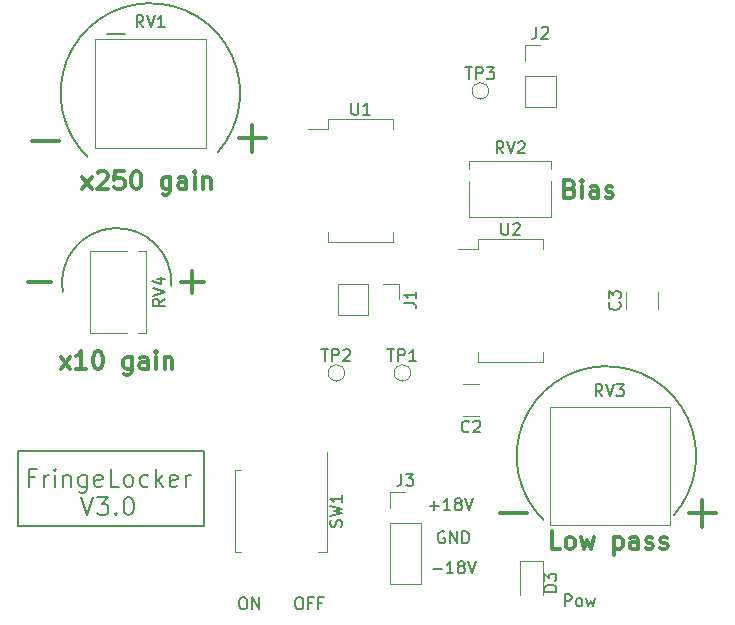
<source format=gbr>
%TF.GenerationSoftware,KiCad,Pcbnew,(6.0.11)*%
%TF.CreationDate,2023-04-19T21:38:18+02:00*%
%TF.ProjectId,FringeLocker,4672696e-6765-44c6-9f63-6b65722e6b69,0.1*%
%TF.SameCoordinates,Original*%
%TF.FileFunction,Legend,Top*%
%TF.FilePolarity,Positive*%
%FSLAX46Y46*%
G04 Gerber Fmt 4.6, Leading zero omitted, Abs format (unit mm)*
G04 Created by KiCad (PCBNEW (6.0.11)) date 2023-04-19 21:38:18*
%MOMM*%
%LPD*%
G01*
G04 APERTURE LIST*
%ADD10C,0.300000*%
%ADD11C,0.150000*%
%ADD12C,0.200000*%
%ADD13C,0.120000*%
G04 APERTURE END LIST*
D10*
X154928285Y-71774857D02*
X155142571Y-71846285D01*
X155214000Y-71917714D01*
X155285428Y-72060571D01*
X155285428Y-72274857D01*
X155214000Y-72417714D01*
X155142571Y-72489142D01*
X154999714Y-72560571D01*
X154428285Y-72560571D01*
X154428285Y-71060571D01*
X154928285Y-71060571D01*
X155071142Y-71132000D01*
X155142571Y-71203428D01*
X155214000Y-71346285D01*
X155214000Y-71489142D01*
X155142571Y-71632000D01*
X155071142Y-71703428D01*
X154928285Y-71774857D01*
X154428285Y-71774857D01*
X155928285Y-72560571D02*
X155928285Y-71560571D01*
X155928285Y-71060571D02*
X155856857Y-71132000D01*
X155928285Y-71203428D01*
X155999714Y-71132000D01*
X155928285Y-71060571D01*
X155928285Y-71203428D01*
X157285428Y-72560571D02*
X157285428Y-71774857D01*
X157214000Y-71632000D01*
X157071142Y-71560571D01*
X156785428Y-71560571D01*
X156642571Y-71632000D01*
X157285428Y-72489142D02*
X157142571Y-72560571D01*
X156785428Y-72560571D01*
X156642571Y-72489142D01*
X156571142Y-72346285D01*
X156571142Y-72203428D01*
X156642571Y-72060571D01*
X156785428Y-71989142D01*
X157142571Y-71989142D01*
X157285428Y-71917714D01*
X157928285Y-72489142D02*
X158071142Y-72560571D01*
X158356857Y-72560571D01*
X158499714Y-72489142D01*
X158571142Y-72346285D01*
X158571142Y-72274857D01*
X158499714Y-72132000D01*
X158356857Y-72060571D01*
X158142571Y-72060571D01*
X157999714Y-71989142D01*
X157928285Y-71846285D01*
X157928285Y-71774857D01*
X157999714Y-71632000D01*
X158142571Y-71560571D01*
X158356857Y-71560571D01*
X158499714Y-71632000D01*
X154099142Y-102278571D02*
X153384857Y-102278571D01*
X153384857Y-100778571D01*
X154813428Y-102278571D02*
X154670571Y-102207142D01*
X154599142Y-102135714D01*
X154527714Y-101992857D01*
X154527714Y-101564285D01*
X154599142Y-101421428D01*
X154670571Y-101350000D01*
X154813428Y-101278571D01*
X155027714Y-101278571D01*
X155170571Y-101350000D01*
X155242000Y-101421428D01*
X155313428Y-101564285D01*
X155313428Y-101992857D01*
X155242000Y-102135714D01*
X155170571Y-102207142D01*
X155027714Y-102278571D01*
X154813428Y-102278571D01*
X155813428Y-101278571D02*
X156099142Y-102278571D01*
X156384857Y-101564285D01*
X156670571Y-102278571D01*
X156956285Y-101278571D01*
X158670571Y-101278571D02*
X158670571Y-102778571D01*
X158670571Y-101350000D02*
X158813428Y-101278571D01*
X159099142Y-101278571D01*
X159242000Y-101350000D01*
X159313428Y-101421428D01*
X159384857Y-101564285D01*
X159384857Y-101992857D01*
X159313428Y-102135714D01*
X159242000Y-102207142D01*
X159099142Y-102278571D01*
X158813428Y-102278571D01*
X158670571Y-102207142D01*
X160670571Y-102278571D02*
X160670571Y-101492857D01*
X160599142Y-101350000D01*
X160456285Y-101278571D01*
X160170571Y-101278571D01*
X160027714Y-101350000D01*
X160670571Y-102207142D02*
X160527714Y-102278571D01*
X160170571Y-102278571D01*
X160027714Y-102207142D01*
X159956285Y-102064285D01*
X159956285Y-101921428D01*
X160027714Y-101778571D01*
X160170571Y-101707142D01*
X160527714Y-101707142D01*
X160670571Y-101635714D01*
X161313428Y-102207142D02*
X161456285Y-102278571D01*
X161742000Y-102278571D01*
X161884857Y-102207142D01*
X161956285Y-102064285D01*
X161956285Y-101992857D01*
X161884857Y-101850000D01*
X161742000Y-101778571D01*
X161527714Y-101778571D01*
X161384857Y-101707142D01*
X161313428Y-101564285D01*
X161313428Y-101492857D01*
X161384857Y-101350000D01*
X161527714Y-101278571D01*
X161742000Y-101278571D01*
X161884857Y-101350000D01*
X162527714Y-102207142D02*
X162670571Y-102278571D01*
X162956285Y-102278571D01*
X163099142Y-102207142D01*
X163170571Y-102064285D01*
X163170571Y-101992857D01*
X163099142Y-101850000D01*
X162956285Y-101778571D01*
X162742000Y-101778571D01*
X162599142Y-101707142D01*
X162527714Y-101564285D01*
X162527714Y-101492857D01*
X162599142Y-101350000D01*
X162742000Y-101278571D01*
X162956285Y-101278571D01*
X163099142Y-101350000D01*
D11*
X108204000Y-93980000D02*
X123952000Y-93980000D01*
X123952000Y-93980000D02*
X123952000Y-100330000D01*
X123952000Y-100330000D02*
X108204000Y-100330000D01*
X108204000Y-100330000D02*
X108204000Y-93980000D01*
X109574000Y-96221357D02*
X109074000Y-96221357D01*
X109074000Y-97007071D02*
X109074000Y-95507071D01*
X109788285Y-95507071D01*
X110359714Y-97007071D02*
X110359714Y-96007071D01*
X110359714Y-96292785D02*
X110431142Y-96149928D01*
X110502571Y-96078500D01*
X110645428Y-96007071D01*
X110788285Y-96007071D01*
X111288285Y-97007071D02*
X111288285Y-96007071D01*
X111288285Y-95507071D02*
X111216857Y-95578500D01*
X111288285Y-95649928D01*
X111359714Y-95578500D01*
X111288285Y-95507071D01*
X111288285Y-95649928D01*
X112002571Y-96007071D02*
X112002571Y-97007071D01*
X112002571Y-96149928D02*
X112074000Y-96078500D01*
X112216857Y-96007071D01*
X112431142Y-96007071D01*
X112574000Y-96078500D01*
X112645428Y-96221357D01*
X112645428Y-97007071D01*
X114002571Y-96007071D02*
X114002571Y-97221357D01*
X113931142Y-97364214D01*
X113859714Y-97435642D01*
X113716857Y-97507071D01*
X113502571Y-97507071D01*
X113359714Y-97435642D01*
X114002571Y-96935642D02*
X113859714Y-97007071D01*
X113574000Y-97007071D01*
X113431142Y-96935642D01*
X113359714Y-96864214D01*
X113288285Y-96721357D01*
X113288285Y-96292785D01*
X113359714Y-96149928D01*
X113431142Y-96078500D01*
X113574000Y-96007071D01*
X113859714Y-96007071D01*
X114002571Y-96078500D01*
X115288285Y-96935642D02*
X115145428Y-97007071D01*
X114859714Y-97007071D01*
X114716857Y-96935642D01*
X114645428Y-96792785D01*
X114645428Y-96221357D01*
X114716857Y-96078500D01*
X114859714Y-96007071D01*
X115145428Y-96007071D01*
X115288285Y-96078500D01*
X115359714Y-96221357D01*
X115359714Y-96364214D01*
X114645428Y-96507071D01*
X116716857Y-97007071D02*
X116002571Y-97007071D01*
X116002571Y-95507071D01*
X117431142Y-97007071D02*
X117288285Y-96935642D01*
X117216857Y-96864214D01*
X117145428Y-96721357D01*
X117145428Y-96292785D01*
X117216857Y-96149928D01*
X117288285Y-96078500D01*
X117431142Y-96007071D01*
X117645428Y-96007071D01*
X117788285Y-96078500D01*
X117859714Y-96149928D01*
X117931142Y-96292785D01*
X117931142Y-96721357D01*
X117859714Y-96864214D01*
X117788285Y-96935642D01*
X117645428Y-97007071D01*
X117431142Y-97007071D01*
X119216857Y-96935642D02*
X119074000Y-97007071D01*
X118788285Y-97007071D01*
X118645428Y-96935642D01*
X118574000Y-96864214D01*
X118502571Y-96721357D01*
X118502571Y-96292785D01*
X118574000Y-96149928D01*
X118645428Y-96078500D01*
X118788285Y-96007071D01*
X119074000Y-96007071D01*
X119216857Y-96078500D01*
X119859714Y-97007071D02*
X119859714Y-95507071D01*
X120002571Y-96435642D02*
X120431142Y-97007071D01*
X120431142Y-96007071D02*
X119859714Y-96578500D01*
X121645428Y-96935642D02*
X121502571Y-97007071D01*
X121216857Y-97007071D01*
X121074000Y-96935642D01*
X121002571Y-96792785D01*
X121002571Y-96221357D01*
X121074000Y-96078500D01*
X121216857Y-96007071D01*
X121502571Y-96007071D01*
X121645428Y-96078500D01*
X121716857Y-96221357D01*
X121716857Y-96364214D01*
X121002571Y-96507071D01*
X122359714Y-97007071D02*
X122359714Y-96007071D01*
X122359714Y-96292785D02*
X122431142Y-96149928D01*
X122502571Y-96078500D01*
X122645428Y-96007071D01*
X122788285Y-96007071D01*
X113538285Y-97922071D02*
X114038285Y-99422071D01*
X114538285Y-97922071D01*
X114895428Y-97922071D02*
X115824000Y-97922071D01*
X115324000Y-98493500D01*
X115538285Y-98493500D01*
X115681142Y-98564928D01*
X115752571Y-98636357D01*
X115824000Y-98779214D01*
X115824000Y-99136357D01*
X115752571Y-99279214D01*
X115681142Y-99350642D01*
X115538285Y-99422071D01*
X115109714Y-99422071D01*
X114966857Y-99350642D01*
X114895428Y-99279214D01*
X116466857Y-99279214D02*
X116538285Y-99350642D01*
X116466857Y-99422071D01*
X116395428Y-99350642D01*
X116466857Y-99279214D01*
X116466857Y-99422071D01*
X117466857Y-97922071D02*
X117609714Y-97922071D01*
X117752571Y-97993500D01*
X117824000Y-98064928D01*
X117895428Y-98207785D01*
X117966857Y-98493500D01*
X117966857Y-98850642D01*
X117895428Y-99136357D01*
X117824000Y-99279214D01*
X117752571Y-99350642D01*
X117609714Y-99422071D01*
X117466857Y-99422071D01*
X117324000Y-99350642D01*
X117252571Y-99279214D01*
X117181142Y-99136357D01*
X117109714Y-98850642D01*
X117109714Y-98493500D01*
X117181142Y-98207785D01*
X117252571Y-98064928D01*
X117324000Y-97993500D01*
X117466857Y-97922071D01*
X131889619Y-106386380D02*
X132080095Y-106386380D01*
X132175333Y-106434000D01*
X132270571Y-106529238D01*
X132318190Y-106719714D01*
X132318190Y-107053047D01*
X132270571Y-107243523D01*
X132175333Y-107338761D01*
X132080095Y-107386380D01*
X131889619Y-107386380D01*
X131794380Y-107338761D01*
X131699142Y-107243523D01*
X131651523Y-107053047D01*
X131651523Y-106719714D01*
X131699142Y-106529238D01*
X131794380Y-106434000D01*
X131889619Y-106386380D01*
X133080095Y-106862571D02*
X132746761Y-106862571D01*
X132746761Y-107386380D02*
X132746761Y-106386380D01*
X133222952Y-106386380D01*
X133937238Y-106862571D02*
X133603904Y-106862571D01*
X133603904Y-107386380D02*
X133603904Y-106386380D01*
X134080095Y-106386380D01*
X127142952Y-106386380D02*
X127333428Y-106386380D01*
X127428666Y-106434000D01*
X127523904Y-106529238D01*
X127571523Y-106719714D01*
X127571523Y-107053047D01*
X127523904Y-107243523D01*
X127428666Y-107338761D01*
X127333428Y-107386380D01*
X127142952Y-107386380D01*
X127047714Y-107338761D01*
X126952476Y-107243523D01*
X126904857Y-107053047D01*
X126904857Y-106719714D01*
X126952476Y-106529238D01*
X127047714Y-106434000D01*
X127142952Y-106386380D01*
X128000095Y-107386380D02*
X128000095Y-106386380D01*
X128571523Y-107386380D01*
X128571523Y-106386380D01*
X154463904Y-107132380D02*
X154463904Y-106132380D01*
X154844857Y-106132380D01*
X154940095Y-106180000D01*
X154987714Y-106227619D01*
X155035333Y-106322857D01*
X155035333Y-106465714D01*
X154987714Y-106560952D01*
X154940095Y-106608571D01*
X154844857Y-106656190D01*
X154463904Y-106656190D01*
X155606761Y-107132380D02*
X155511523Y-107084761D01*
X155463904Y-107037142D01*
X155416285Y-106941904D01*
X155416285Y-106656190D01*
X155463904Y-106560952D01*
X155511523Y-106513333D01*
X155606761Y-106465714D01*
X155749619Y-106465714D01*
X155844857Y-106513333D01*
X155892476Y-106560952D01*
X155940095Y-106656190D01*
X155940095Y-106941904D01*
X155892476Y-107037142D01*
X155844857Y-107084761D01*
X155749619Y-107132380D01*
X155606761Y-107132380D01*
X156273428Y-106465714D02*
X156463904Y-107132380D01*
X156654380Y-106656190D01*
X156844857Y-107132380D01*
X157035333Y-106465714D01*
D10*
X113626000Y-71798571D02*
X114411714Y-70798571D01*
X113626000Y-70798571D02*
X114411714Y-71798571D01*
X114911714Y-70441428D02*
X114983142Y-70370000D01*
X115126000Y-70298571D01*
X115483142Y-70298571D01*
X115626000Y-70370000D01*
X115697428Y-70441428D01*
X115768857Y-70584285D01*
X115768857Y-70727142D01*
X115697428Y-70941428D01*
X114840285Y-71798571D01*
X115768857Y-71798571D01*
X117126000Y-70298571D02*
X116411714Y-70298571D01*
X116340285Y-71012857D01*
X116411714Y-70941428D01*
X116554571Y-70870000D01*
X116911714Y-70870000D01*
X117054571Y-70941428D01*
X117126000Y-71012857D01*
X117197428Y-71155714D01*
X117197428Y-71512857D01*
X117126000Y-71655714D01*
X117054571Y-71727142D01*
X116911714Y-71798571D01*
X116554571Y-71798571D01*
X116411714Y-71727142D01*
X116340285Y-71655714D01*
X118126000Y-70298571D02*
X118268857Y-70298571D01*
X118411714Y-70370000D01*
X118483142Y-70441428D01*
X118554571Y-70584285D01*
X118626000Y-70870000D01*
X118626000Y-71227142D01*
X118554571Y-71512857D01*
X118483142Y-71655714D01*
X118411714Y-71727142D01*
X118268857Y-71798571D01*
X118126000Y-71798571D01*
X117983142Y-71727142D01*
X117911714Y-71655714D01*
X117840285Y-71512857D01*
X117768857Y-71227142D01*
X117768857Y-70870000D01*
X117840285Y-70584285D01*
X117911714Y-70441428D01*
X117983142Y-70370000D01*
X118126000Y-70298571D01*
X121054571Y-70798571D02*
X121054571Y-72012857D01*
X120983142Y-72155714D01*
X120911714Y-72227142D01*
X120768857Y-72298571D01*
X120554571Y-72298571D01*
X120411714Y-72227142D01*
X121054571Y-71727142D02*
X120911714Y-71798571D01*
X120626000Y-71798571D01*
X120483142Y-71727142D01*
X120411714Y-71655714D01*
X120340285Y-71512857D01*
X120340285Y-71084285D01*
X120411714Y-70941428D01*
X120483142Y-70870000D01*
X120626000Y-70798571D01*
X120911714Y-70798571D01*
X121054571Y-70870000D01*
X122411714Y-71798571D02*
X122411714Y-71012857D01*
X122340285Y-70870000D01*
X122197428Y-70798571D01*
X121911714Y-70798571D01*
X121768857Y-70870000D01*
X122411714Y-71727142D02*
X122268857Y-71798571D01*
X121911714Y-71798571D01*
X121768857Y-71727142D01*
X121697428Y-71584285D01*
X121697428Y-71441428D01*
X121768857Y-71298571D01*
X121911714Y-71227142D01*
X122268857Y-71227142D01*
X122411714Y-71155714D01*
X123126000Y-71798571D02*
X123126000Y-70798571D01*
X123126000Y-70298571D02*
X123054571Y-70370000D01*
X123126000Y-70441428D01*
X123197428Y-70370000D01*
X123126000Y-70298571D01*
X123126000Y-70441428D01*
X123840285Y-70798571D02*
X123840285Y-71798571D01*
X123840285Y-70941428D02*
X123911714Y-70870000D01*
X124054571Y-70798571D01*
X124268857Y-70798571D01*
X124411714Y-70870000D01*
X124483142Y-71012857D01*
X124483142Y-71798571D01*
X111800285Y-87038571D02*
X112586000Y-86038571D01*
X111800285Y-86038571D02*
X112586000Y-87038571D01*
X113943142Y-87038571D02*
X113086000Y-87038571D01*
X113514571Y-87038571D02*
X113514571Y-85538571D01*
X113371714Y-85752857D01*
X113228857Y-85895714D01*
X113086000Y-85967142D01*
X114871714Y-85538571D02*
X115014571Y-85538571D01*
X115157428Y-85610000D01*
X115228857Y-85681428D01*
X115300285Y-85824285D01*
X115371714Y-86110000D01*
X115371714Y-86467142D01*
X115300285Y-86752857D01*
X115228857Y-86895714D01*
X115157428Y-86967142D01*
X115014571Y-87038571D01*
X114871714Y-87038571D01*
X114728857Y-86967142D01*
X114657428Y-86895714D01*
X114586000Y-86752857D01*
X114514571Y-86467142D01*
X114514571Y-86110000D01*
X114586000Y-85824285D01*
X114657428Y-85681428D01*
X114728857Y-85610000D01*
X114871714Y-85538571D01*
X117800285Y-86038571D02*
X117800285Y-87252857D01*
X117728857Y-87395714D01*
X117657428Y-87467142D01*
X117514571Y-87538571D01*
X117300285Y-87538571D01*
X117157428Y-87467142D01*
X117800285Y-86967142D02*
X117657428Y-87038571D01*
X117371714Y-87038571D01*
X117228857Y-86967142D01*
X117157428Y-86895714D01*
X117086000Y-86752857D01*
X117086000Y-86324285D01*
X117157428Y-86181428D01*
X117228857Y-86110000D01*
X117371714Y-86038571D01*
X117657428Y-86038571D01*
X117800285Y-86110000D01*
X119157428Y-87038571D02*
X119157428Y-86252857D01*
X119086000Y-86110000D01*
X118943142Y-86038571D01*
X118657428Y-86038571D01*
X118514571Y-86110000D01*
X119157428Y-86967142D02*
X119014571Y-87038571D01*
X118657428Y-87038571D01*
X118514571Y-86967142D01*
X118443142Y-86824285D01*
X118443142Y-86681428D01*
X118514571Y-86538571D01*
X118657428Y-86467142D01*
X119014571Y-86467142D01*
X119157428Y-86395714D01*
X119871714Y-87038571D02*
X119871714Y-86038571D01*
X119871714Y-85538571D02*
X119800285Y-85610000D01*
X119871714Y-85681428D01*
X119943142Y-85610000D01*
X119871714Y-85538571D01*
X119871714Y-85681428D01*
X120586000Y-86038571D02*
X120586000Y-87038571D01*
X120586000Y-86181428D02*
X120657428Y-86110000D01*
X120800285Y-86038571D01*
X121014571Y-86038571D01*
X121157428Y-86110000D01*
X121228857Y-86252857D01*
X121228857Y-87038571D01*
X109029619Y-79680571D02*
X110934380Y-79680571D01*
X121983619Y-79680571D02*
X123888380Y-79680571D01*
X122936000Y-80632952D02*
X122936000Y-78728190D01*
D12*
X121158000Y-80010000D02*
G75*
G03*
X111958071Y-80514893I-4627929J257107D01*
G01*
X163684161Y-99439281D02*
G75*
G03*
X152654001Y-99821999I-5696160J5027481D01*
G01*
D10*
X164973142Y-99274285D02*
X167258857Y-99274285D01*
X166116000Y-100417142D02*
X166116000Y-98131428D01*
X148971142Y-99274285D02*
X151256857Y-99274285D01*
X109347142Y-67778285D02*
X111632857Y-67778285D01*
X126873142Y-67524285D02*
X129158857Y-67524285D01*
X128016000Y-68667142D02*
X128016000Y-66381428D01*
D12*
X125076161Y-68705281D02*
G75*
G03*
X114046001Y-69087999I-5696160J5027481D01*
G01*
X144272095Y-100846000D02*
X144176857Y-100798380D01*
X144034000Y-100798380D01*
X143891142Y-100846000D01*
X143795904Y-100941238D01*
X143748285Y-101036476D01*
X143700666Y-101226952D01*
X143700666Y-101369809D01*
X143748285Y-101560285D01*
X143795904Y-101655523D01*
X143891142Y-101750761D01*
X144034000Y-101798380D01*
X144129238Y-101798380D01*
X144272095Y-101750761D01*
X144319714Y-101703142D01*
X144319714Y-101369809D01*
X144129238Y-101369809D01*
X144748285Y-101798380D02*
X144748285Y-100798380D01*
X145319714Y-101798380D01*
X145319714Y-100798380D01*
X145795904Y-101798380D02*
X145795904Y-100798380D01*
X146034000Y-100798380D01*
X146176857Y-100846000D01*
X146272095Y-100941238D01*
X146319714Y-101036476D01*
X146367333Y-101226952D01*
X146367333Y-101369809D01*
X146319714Y-101560285D01*
X146272095Y-101655523D01*
X146176857Y-101750761D01*
X146034000Y-101798380D01*
X145795904Y-101798380D01*
X143272095Y-103957428D02*
X144034000Y-103957428D01*
X145034000Y-104338380D02*
X144462571Y-104338380D01*
X144748285Y-104338380D02*
X144748285Y-103338380D01*
X144653047Y-103481238D01*
X144557809Y-103576476D01*
X144462571Y-103624095D01*
X145605428Y-103766952D02*
X145510190Y-103719333D01*
X145462571Y-103671714D01*
X145414952Y-103576476D01*
X145414952Y-103528857D01*
X145462571Y-103433619D01*
X145510190Y-103386000D01*
X145605428Y-103338380D01*
X145795904Y-103338380D01*
X145891142Y-103386000D01*
X145938761Y-103433619D01*
X145986380Y-103528857D01*
X145986380Y-103576476D01*
X145938761Y-103671714D01*
X145891142Y-103719333D01*
X145795904Y-103766952D01*
X145605428Y-103766952D01*
X145510190Y-103814571D01*
X145462571Y-103862190D01*
X145414952Y-103957428D01*
X145414952Y-104147904D01*
X145462571Y-104243142D01*
X145510190Y-104290761D01*
X145605428Y-104338380D01*
X145795904Y-104338380D01*
X145891142Y-104290761D01*
X145938761Y-104243142D01*
X145986380Y-104147904D01*
X145986380Y-103957428D01*
X145938761Y-103862190D01*
X145891142Y-103814571D01*
X145795904Y-103766952D01*
X146272095Y-103338380D02*
X146605428Y-104338380D01*
X146938761Y-103338380D01*
X143018095Y-98623428D02*
X143780000Y-98623428D01*
X143399047Y-99004380D02*
X143399047Y-98242476D01*
X144780000Y-99004380D02*
X144208571Y-99004380D01*
X144494285Y-99004380D02*
X144494285Y-98004380D01*
X144399047Y-98147238D01*
X144303809Y-98242476D01*
X144208571Y-98290095D01*
X145351428Y-98432952D02*
X145256190Y-98385333D01*
X145208571Y-98337714D01*
X145160952Y-98242476D01*
X145160952Y-98194857D01*
X145208571Y-98099619D01*
X145256190Y-98052000D01*
X145351428Y-98004380D01*
X145541904Y-98004380D01*
X145637142Y-98052000D01*
X145684761Y-98099619D01*
X145732380Y-98194857D01*
X145732380Y-98242476D01*
X145684761Y-98337714D01*
X145637142Y-98385333D01*
X145541904Y-98432952D01*
X145351428Y-98432952D01*
X145256190Y-98480571D01*
X145208571Y-98528190D01*
X145160952Y-98623428D01*
X145160952Y-98813904D01*
X145208571Y-98909142D01*
X145256190Y-98956761D01*
X145351428Y-99004380D01*
X145541904Y-99004380D01*
X145637142Y-98956761D01*
X145684761Y-98909142D01*
X145732380Y-98813904D01*
X145732380Y-98623428D01*
X145684761Y-98528190D01*
X145637142Y-98480571D01*
X145541904Y-98432952D01*
X146018095Y-98004380D02*
X146351428Y-99004380D01*
X146684761Y-98004380D01*
D11*
X115738095Y-58642857D02*
X117261904Y-58642857D01*
%TO.C,C3*%
X159093142Y-81408166D02*
X159140761Y-81455785D01*
X159188380Y-81598642D01*
X159188380Y-81693880D01*
X159140761Y-81836738D01*
X159045523Y-81931976D01*
X158950285Y-81979595D01*
X158759809Y-82027214D01*
X158616952Y-82027214D01*
X158426476Y-81979595D01*
X158331238Y-81931976D01*
X158236000Y-81836738D01*
X158188380Y-81693880D01*
X158188380Y-81598642D01*
X158236000Y-81455785D01*
X158283619Y-81408166D01*
X158188380Y-81074833D02*
X158188380Y-80455785D01*
X158569333Y-80789119D01*
X158569333Y-80646261D01*
X158616952Y-80551023D01*
X158664571Y-80503404D01*
X158759809Y-80455785D01*
X158997904Y-80455785D01*
X159093142Y-80503404D01*
X159140761Y-80551023D01*
X159188380Y-80646261D01*
X159188380Y-80931976D01*
X159140761Y-81027214D01*
X159093142Y-81074833D01*
%TO.C,C2*%
X146352833Y-92319142D02*
X146305214Y-92366761D01*
X146162357Y-92414380D01*
X146067119Y-92414380D01*
X145924261Y-92366761D01*
X145829023Y-92271523D01*
X145781404Y-92176285D01*
X145733785Y-91985809D01*
X145733785Y-91842952D01*
X145781404Y-91652476D01*
X145829023Y-91557238D01*
X145924261Y-91462000D01*
X146067119Y-91414380D01*
X146162357Y-91414380D01*
X146305214Y-91462000D01*
X146352833Y-91509619D01*
X146733785Y-91509619D02*
X146781404Y-91462000D01*
X146876642Y-91414380D01*
X147114738Y-91414380D01*
X147209976Y-91462000D01*
X147257595Y-91509619D01*
X147305214Y-91604857D01*
X147305214Y-91700095D01*
X147257595Y-91842952D01*
X146686166Y-92414380D01*
X147305214Y-92414380D01*
%TO.C,D3*%
X153740380Y-105894095D02*
X152740380Y-105894095D01*
X152740380Y-105656000D01*
X152788000Y-105513142D01*
X152883238Y-105417904D01*
X152978476Y-105370285D01*
X153168952Y-105322666D01*
X153311809Y-105322666D01*
X153502285Y-105370285D01*
X153597523Y-105417904D01*
X153692761Y-105513142D01*
X153740380Y-105656000D01*
X153740380Y-105894095D01*
X152740380Y-104989333D02*
X152740380Y-104370285D01*
X153121333Y-104703619D01*
X153121333Y-104560761D01*
X153168952Y-104465523D01*
X153216571Y-104417904D01*
X153311809Y-104370285D01*
X153549904Y-104370285D01*
X153645142Y-104417904D01*
X153692761Y-104465523D01*
X153740380Y-104560761D01*
X153740380Y-104846476D01*
X153692761Y-104941714D01*
X153645142Y-104989333D01*
%TO.C,TP1*%
X139454095Y-85380380D02*
X140025523Y-85380380D01*
X139739809Y-86380380D02*
X139739809Y-85380380D01*
X140358857Y-86380380D02*
X140358857Y-85380380D01*
X140739809Y-85380380D01*
X140835047Y-85428000D01*
X140882666Y-85475619D01*
X140930285Y-85570857D01*
X140930285Y-85713714D01*
X140882666Y-85808952D01*
X140835047Y-85856571D01*
X140739809Y-85904190D01*
X140358857Y-85904190D01*
X141882666Y-86380380D02*
X141311238Y-86380380D01*
X141596952Y-86380380D02*
X141596952Y-85380380D01*
X141501714Y-85523238D01*
X141406476Y-85618476D01*
X141311238Y-85666095D01*
%TO.C,TP3*%
X146058095Y-61504380D02*
X146629523Y-61504380D01*
X146343809Y-62504380D02*
X146343809Y-61504380D01*
X146962857Y-62504380D02*
X146962857Y-61504380D01*
X147343809Y-61504380D01*
X147439047Y-61552000D01*
X147486666Y-61599619D01*
X147534285Y-61694857D01*
X147534285Y-61837714D01*
X147486666Y-61932952D01*
X147439047Y-61980571D01*
X147343809Y-62028190D01*
X146962857Y-62028190D01*
X147867619Y-61504380D02*
X148486666Y-61504380D01*
X148153333Y-61885333D01*
X148296190Y-61885333D01*
X148391428Y-61932952D01*
X148439047Y-61980571D01*
X148486666Y-62075809D01*
X148486666Y-62313904D01*
X148439047Y-62409142D01*
X148391428Y-62456761D01*
X148296190Y-62504380D01*
X148010476Y-62504380D01*
X147915238Y-62456761D01*
X147867619Y-62409142D01*
%TO.C,RV3*%
X157646761Y-89352380D02*
X157313428Y-88876190D01*
X157075333Y-89352380D02*
X157075333Y-88352380D01*
X157456285Y-88352380D01*
X157551523Y-88400000D01*
X157599142Y-88447619D01*
X157646761Y-88542857D01*
X157646761Y-88685714D01*
X157599142Y-88780952D01*
X157551523Y-88828571D01*
X157456285Y-88876190D01*
X157075333Y-88876190D01*
X157932476Y-88352380D02*
X158265809Y-89352380D01*
X158599142Y-88352380D01*
X158837238Y-88352380D02*
X159456285Y-88352380D01*
X159122952Y-88733333D01*
X159265809Y-88733333D01*
X159361047Y-88780952D01*
X159408666Y-88828571D01*
X159456285Y-88923809D01*
X159456285Y-89161904D01*
X159408666Y-89257142D01*
X159361047Y-89304761D01*
X159265809Y-89352380D01*
X158980095Y-89352380D01*
X158884857Y-89304761D01*
X158837238Y-89257142D01*
%TO.C,J2*%
X152066666Y-58082380D02*
X152066666Y-58796666D01*
X152019047Y-58939523D01*
X151923809Y-59034761D01*
X151780952Y-59082380D01*
X151685714Y-59082380D01*
X152495238Y-58177619D02*
X152542857Y-58130000D01*
X152638095Y-58082380D01*
X152876190Y-58082380D01*
X152971428Y-58130000D01*
X153019047Y-58177619D01*
X153066666Y-58272857D01*
X153066666Y-58368095D01*
X153019047Y-58510952D01*
X152447619Y-59082380D01*
X153066666Y-59082380D01*
%TO.C,RV2*%
X149264761Y-68782380D02*
X148931428Y-68306190D01*
X148693333Y-68782380D02*
X148693333Y-67782380D01*
X149074285Y-67782380D01*
X149169523Y-67830000D01*
X149217142Y-67877619D01*
X149264761Y-67972857D01*
X149264761Y-68115714D01*
X149217142Y-68210952D01*
X149169523Y-68258571D01*
X149074285Y-68306190D01*
X148693333Y-68306190D01*
X149550476Y-67782380D02*
X149883809Y-68782380D01*
X150217142Y-67782380D01*
X150502857Y-67877619D02*
X150550476Y-67830000D01*
X150645714Y-67782380D01*
X150883809Y-67782380D01*
X150979047Y-67830000D01*
X151026666Y-67877619D01*
X151074285Y-67972857D01*
X151074285Y-68068095D01*
X151026666Y-68210952D01*
X150455238Y-68782380D01*
X151074285Y-68782380D01*
%TO.C,U1*%
X136398095Y-64522380D02*
X136398095Y-65331904D01*
X136445714Y-65427142D01*
X136493333Y-65474761D01*
X136588571Y-65522380D01*
X136779047Y-65522380D01*
X136874285Y-65474761D01*
X136921904Y-65427142D01*
X136969523Y-65331904D01*
X136969523Y-64522380D01*
X137969523Y-65522380D02*
X137398095Y-65522380D01*
X137683809Y-65522380D02*
X137683809Y-64522380D01*
X137588571Y-64665238D01*
X137493333Y-64760476D01*
X137398095Y-64808095D01*
%TO.C,J1*%
X140877380Y-81493333D02*
X141591666Y-81493333D01*
X141734523Y-81540952D01*
X141829761Y-81636190D01*
X141877380Y-81779047D01*
X141877380Y-81874285D01*
X141877380Y-80493333D02*
X141877380Y-81064761D01*
X141877380Y-80779047D02*
X140877380Y-80779047D01*
X141020238Y-80874285D01*
X141115476Y-80969523D01*
X141163095Y-81064761D01*
%TO.C,SW1*%
X135551761Y-100393333D02*
X135599380Y-100250476D01*
X135599380Y-100012380D01*
X135551761Y-99917142D01*
X135504142Y-99869523D01*
X135408904Y-99821904D01*
X135313666Y-99821904D01*
X135218428Y-99869523D01*
X135170809Y-99917142D01*
X135123190Y-100012380D01*
X135075571Y-100202857D01*
X135027952Y-100298095D01*
X134980333Y-100345714D01*
X134885095Y-100393333D01*
X134789857Y-100393333D01*
X134694619Y-100345714D01*
X134647000Y-100298095D01*
X134599380Y-100202857D01*
X134599380Y-99964761D01*
X134647000Y-99821904D01*
X134599380Y-99488571D02*
X135599380Y-99250476D01*
X134885095Y-99060000D01*
X135599380Y-98869523D01*
X134599380Y-98631428D01*
X135599380Y-97726666D02*
X135599380Y-98298095D01*
X135599380Y-98012380D02*
X134599380Y-98012380D01*
X134742238Y-98107619D01*
X134837476Y-98202857D01*
X134885095Y-98298095D01*
%TO.C,U2*%
X149098095Y-74682380D02*
X149098095Y-75491904D01*
X149145714Y-75587142D01*
X149193333Y-75634761D01*
X149288571Y-75682380D01*
X149479047Y-75682380D01*
X149574285Y-75634761D01*
X149621904Y-75587142D01*
X149669523Y-75491904D01*
X149669523Y-74682380D01*
X150098095Y-74777619D02*
X150145714Y-74730000D01*
X150240952Y-74682380D01*
X150479047Y-74682380D01*
X150574285Y-74730000D01*
X150621904Y-74777619D01*
X150669523Y-74872857D01*
X150669523Y-74968095D01*
X150621904Y-75110952D01*
X150050476Y-75682380D01*
X150669523Y-75682380D01*
%TO.C,RV4*%
X120578380Y-81113238D02*
X120102190Y-81446571D01*
X120578380Y-81684666D02*
X119578380Y-81684666D01*
X119578380Y-81303714D01*
X119626000Y-81208476D01*
X119673619Y-81160857D01*
X119768857Y-81113238D01*
X119911714Y-81113238D01*
X120006952Y-81160857D01*
X120054571Y-81208476D01*
X120102190Y-81303714D01*
X120102190Y-81684666D01*
X119578380Y-80827523D02*
X120578380Y-80494190D01*
X119578380Y-80160857D01*
X119911714Y-79398952D02*
X120578380Y-79398952D01*
X119530761Y-79637047D02*
X120245047Y-79875142D01*
X120245047Y-79256095D01*
%TO.C,RV1*%
X118784761Y-58110380D02*
X118451428Y-57634190D01*
X118213333Y-58110380D02*
X118213333Y-57110380D01*
X118594285Y-57110380D01*
X118689523Y-57158000D01*
X118737142Y-57205619D01*
X118784761Y-57300857D01*
X118784761Y-57443714D01*
X118737142Y-57538952D01*
X118689523Y-57586571D01*
X118594285Y-57634190D01*
X118213333Y-57634190D01*
X119070476Y-57110380D02*
X119403809Y-58110380D01*
X119737142Y-57110380D01*
X120594285Y-58110380D02*
X120022857Y-58110380D01*
X120308571Y-58110380D02*
X120308571Y-57110380D01*
X120213333Y-57253238D01*
X120118095Y-57348476D01*
X120022857Y-57396095D01*
%TO.C,TP2*%
X133866095Y-85380380D02*
X134437523Y-85380380D01*
X134151809Y-86380380D02*
X134151809Y-85380380D01*
X134770857Y-86380380D02*
X134770857Y-85380380D01*
X135151809Y-85380380D01*
X135247047Y-85428000D01*
X135294666Y-85475619D01*
X135342285Y-85570857D01*
X135342285Y-85713714D01*
X135294666Y-85808952D01*
X135247047Y-85856571D01*
X135151809Y-85904190D01*
X134770857Y-85904190D01*
X135723238Y-85475619D02*
X135770857Y-85428000D01*
X135866095Y-85380380D01*
X136104190Y-85380380D01*
X136199428Y-85428000D01*
X136247047Y-85475619D01*
X136294666Y-85570857D01*
X136294666Y-85666095D01*
X136247047Y-85808952D01*
X135675619Y-86380380D01*
X136294666Y-86380380D01*
%TO.C,J3*%
X140636666Y-95928380D02*
X140636666Y-96642666D01*
X140589047Y-96785523D01*
X140493809Y-96880761D01*
X140350952Y-96928380D01*
X140255714Y-96928380D01*
X141017619Y-95928380D02*
X141636666Y-95928380D01*
X141303333Y-96309333D01*
X141446190Y-96309333D01*
X141541428Y-96356952D01*
X141589047Y-96404571D01*
X141636666Y-96499809D01*
X141636666Y-96737904D01*
X141589047Y-96833142D01*
X141541428Y-96880761D01*
X141446190Y-96928380D01*
X141160476Y-96928380D01*
X141065238Y-96880761D01*
X141017619Y-96833142D01*
D13*
%TO.C,C3*%
X159676000Y-81952752D02*
X159676000Y-80530248D01*
X162396000Y-81952752D02*
X162396000Y-80530248D01*
%TO.C,C2*%
X147230752Y-91022000D02*
X145808248Y-91022000D01*
X147230752Y-88302000D02*
X145808248Y-88302000D01*
%TO.C,D3*%
X150678000Y-103296000D02*
X150678000Y-106156000D01*
X152598000Y-106156000D02*
X152598000Y-103296000D01*
X152598000Y-103296000D02*
X150678000Y-103296000D01*
%TO.C,TP1*%
X141416000Y-87376000D02*
G75*
G03*
X141416000Y-87376000I-700000J0D01*
G01*
%TO.C,TP3*%
X148020000Y-63500000D02*
G75*
G03*
X148020000Y-63500000I-700000J0D01*
G01*
%TO.C,RV3*%
X163385500Y-100266500D02*
X153225500Y-100266500D01*
X153225500Y-100266500D02*
X153225500Y-90233500D01*
X153225500Y-90233500D02*
X163385500Y-90233500D01*
X163385500Y-90233500D02*
X163385500Y-100266500D01*
%TO.C,J2*%
X151070000Y-64830000D02*
X153730000Y-64830000D01*
X153730000Y-62230000D02*
X153730000Y-64830000D01*
X151070000Y-60960000D02*
X151070000Y-59630000D01*
X151070000Y-62230000D02*
X151070000Y-64830000D01*
X151070000Y-59630000D02*
X152400000Y-59630000D01*
X151070000Y-62230000D02*
X153730000Y-62230000D01*
%TO.C,RV2*%
X146385000Y-71095000D02*
X146385000Y-74200000D01*
X146385000Y-69460000D02*
X146385000Y-70105000D01*
X146385000Y-74200000D02*
X153335000Y-74200000D01*
X146385000Y-69460000D02*
X153335000Y-69460000D01*
X153335000Y-71095000D02*
X153335000Y-74200000D01*
X153335000Y-69460000D02*
X153335000Y-70105000D01*
%TO.C,U1*%
X134400000Y-66750000D02*
X132710000Y-66750000D01*
X137160000Y-65910000D02*
X134400000Y-65910000D01*
X139920000Y-65910000D02*
X139920000Y-66750000D01*
X137160000Y-76330000D02*
X139920000Y-76330000D01*
X134400000Y-76330000D02*
X134400000Y-75490000D01*
X139920000Y-76330000D02*
X139920000Y-75490000D01*
X137160000Y-65910000D02*
X139920000Y-65910000D01*
X134400000Y-65910000D02*
X134400000Y-66750000D01*
X137160000Y-76330000D02*
X134400000Y-76330000D01*
%TO.C,J1*%
X137825000Y-82490000D02*
X135225000Y-82490000D01*
X139095000Y-79830000D02*
X140425000Y-79830000D01*
X135225000Y-79830000D02*
X135225000Y-82490000D01*
X137825000Y-79830000D02*
X135225000Y-79830000D01*
X140425000Y-79830000D02*
X140425000Y-81160000D01*
X137825000Y-79830000D02*
X137825000Y-82490000D01*
%TO.C,SW1*%
X127062000Y-95590000D02*
X126542000Y-95590000D01*
X134362000Y-102530000D02*
X134362000Y-95560000D01*
X133602000Y-102530000D02*
X134362000Y-102530000D01*
X134362000Y-95560000D02*
X134342000Y-95560000D01*
X126542000Y-102530000D02*
X127062000Y-102530000D01*
X134342000Y-95560000D02*
X134342000Y-94060000D01*
X126542000Y-95590000D02*
X126542000Y-102530000D01*
%TO.C,U2*%
X149860000Y-86490000D02*
X147100000Y-86490000D01*
X149860000Y-86490000D02*
X152620000Y-86490000D01*
X149860000Y-76070000D02*
X147100000Y-76070000D01*
X149860000Y-76070000D02*
X152620000Y-76070000D01*
X147100000Y-86490000D02*
X147100000Y-85650000D01*
X147100000Y-76070000D02*
X147100000Y-76910000D01*
X147100000Y-76910000D02*
X145410000Y-76910000D01*
X152620000Y-76070000D02*
X152620000Y-76910000D01*
X152620000Y-86490000D02*
X152620000Y-85650000D01*
%TO.C,RV4*%
X118996000Y-83993000D02*
X118351000Y-83993000D01*
X117361000Y-77043000D02*
X114256000Y-77043000D01*
X118996000Y-77043000D02*
X118996000Y-83993000D01*
X118996000Y-77043000D02*
X118351000Y-77043000D01*
X114256000Y-77043000D02*
X114256000Y-83993000D01*
X117361000Y-83993000D02*
X114256000Y-83993000D01*
%TO.C,RV1*%
X114706400Y-59080400D02*
X124053600Y-59080400D01*
X124053600Y-59080400D02*
X124053600Y-68326000D01*
X124053600Y-68326000D02*
X114706400Y-68326000D01*
X114706400Y-68326000D02*
X114706400Y-59080400D01*
%TO.C,TP2*%
X135828000Y-87376000D02*
G75*
G03*
X135828000Y-87376000I-700000J0D01*
G01*
%TO.C,J3*%
X139640000Y-100076000D02*
X142300000Y-100076000D01*
X139640000Y-98806000D02*
X139640000Y-97476000D01*
X142300000Y-100076000D02*
X142300000Y-105216000D01*
X139640000Y-100076000D02*
X139640000Y-105216000D01*
X139640000Y-105216000D02*
X142300000Y-105216000D01*
X139640000Y-97476000D02*
X140970000Y-97476000D01*
%TD*%
M02*

</source>
